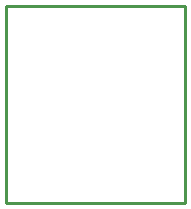
<source format=gbr>
G04 EAGLE Gerber RS-274X export*
G75*
%MOMM*%
%FSLAX34Y34*%
%LPD*%
%IN*%
%IPPOS*%
%AMOC8*
5,1,8,0,0,1.08239X$1,22.5*%
G01*
%ADD10C,0.254000*%


D10*
X0Y0D02*
X151640Y0D01*
X151640Y166270D01*
X0Y166270D01*
X0Y0D01*
M02*

</source>
